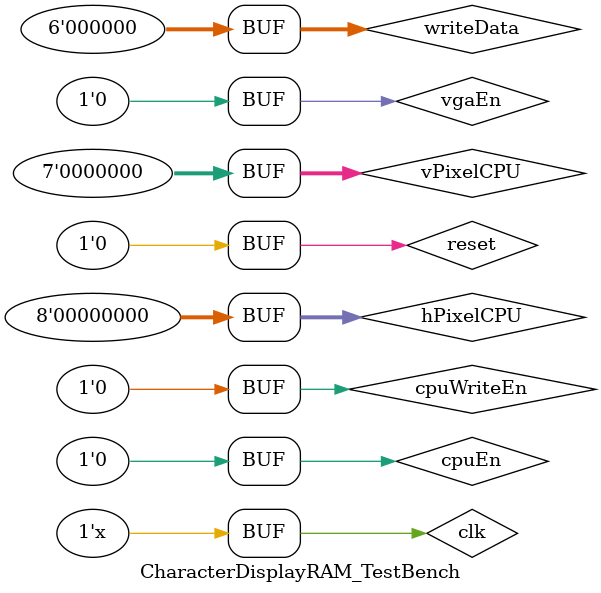
<source format=v>
`timescale 1ns / 1ps


module CharacterDisplayRAM_TestBench;

	// Inputs
	reg clk;
	reg reset;
	reg cpuEn;
	reg vgaEn;
	reg cpuWriteEn;
	reg [5:0] writeData;
	reg [7:0] hPixelCPU;
	reg [7:0] hPixelVGA;
	reg [6:0] vPixelCPU;
	reg [6:0] vPixelVGA;

	// Outputs
	wire [5:0] outputCPU;
	wire [5:0] outputVGA;

	// Instantiate the Unit Under Test (UUT)
	CharacterDisplayRAM uut (
		.clk(clk), 
		.reset(reset), 
		.cpuEn(cpuEn), 
		.vgaEn(vgaEn), 
		.cpuWriteEn(cpuWriteEn), 
		.writeData(writeData), 
		.hPixelCPU(hPixelCPU), 
		.hPixelVGA(hPixelVGA), 
		.vPixelCPU(vPixelCPU), 
		.vPixelVGA(vPixelVGA), 
		.outputCPU(outputCPU), 
		.outputVGA(outputVGA)
	);

	initial begin
		// Initialize Inputs
		clk = 0;
		reset = 1;
		cpuEn = 0;
		vgaEn = 0;
		cpuWriteEn = 0;
		writeData = 0;
		hPixelCPU = 0;
		hPixelVGA = 0;
		vPixelCPU = 0;
		vPixelVGA = 0;

		// Wait 100 ns for global reset to finish
		#10 reset = 0;
        
		// Add stimulus here
//		//test to see if outputVGA is what is contained in the .dat file
//		vgaEn = 1;
//		#20;
//		//test to see if outputCPU is what is contained in the .dat file
//		vgaEn = 0;
//		cpuEn = 1;
//		hPixelCPU = 8'h02; vPixelCPU = 7'h00;
//		#10 hPixelCPU = 8'h01; vPixelCPU = 7'h00;
//		#10 hPixelCPU = 8'h02; vPixelCPU = 7'h00;
//		// test to see if we can write data into charDispRAM
//		cpuWriteEn = 1;
//		writeData = 6'h0f;
//		#10 hPixelCPU = 8'h01; vPixelCPU = 7'h00;
//		writeData = 6'h0f;
//		#10 hPixelCPU = 8'h03; vPixelCPU = 7'h00;
//		writeData = 6'h0f;
	end
   
	always@(posedge clk)
	begin
		if(vgaEn)
		begin
			#1;
			hPixelVGA = hPixelVGA + 1;
			vPixelVGA = vPixelVGA + 1;
		end
	end
	
	always #1 clk = ~clk;
	
endmodule


</source>
